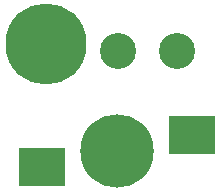
<source format=gbr>
G04 #@! TF.FileFunction,Soldermask,Top*
%FSLAX46Y46*%
G04 Gerber Fmt 4.6, Leading zero omitted, Abs format (unit mm)*
G04 Created by KiCad (PCBNEW 4.0.5) date 03/12/17 11:55:43*
%MOMM*%
%LPD*%
G01*
G04 APERTURE LIST*
%ADD10C,0.150000*%
%ADD11C,3.048000*%
%ADD12C,6.858000*%
%ADD13R,4.008000X3.208000*%
%ADD14C,6.208000*%
G04 APERTURE END LIST*
D10*
D11*
X165100000Y-84582000D03*
X170100000Y-84582000D03*
D12*
X159000000Y-84000000D03*
D13*
X158650000Y-94350000D03*
X171350000Y-91650000D03*
D14*
X165000000Y-93000000D03*
M02*

</source>
